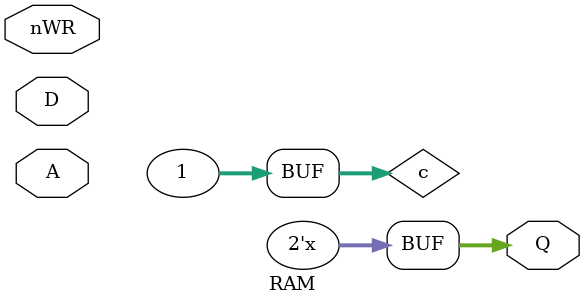
<source format=v>
module RAM #(parameter ADDR = 0, parameter DATA = 0) (
	input [ADDR-1:0] A,
	input [DATA-1:0] D,
	output reg [DATA-1:0] Q,
	input nWR
);

reg [DATA-1:0] memory[0:(2**ADDR)-1];

integer c;

initial begin
	for (c = 0; c < (2**ADDR); c = c + 1)
		memory[c] <= 0;
end

always @(*) begin
	if (!nWR)
		memory[A] <= D;
	Q <= memory[A];
end

endmodule
</source>
